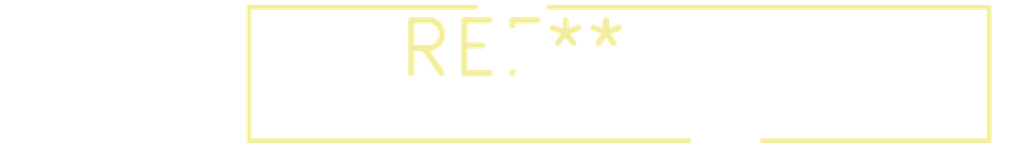
<source format=kicad_pcb>
(kicad_pcb (version 20240108) (generator pcbnew)
  (layers (0 "F.Cu" signal) (31 "B.Cu" signal) (34 "B.Paste" user) (35 "F.Paste" user) (36 "B.SilkS" user "B.Silkscreen") (37 "F.SilkS" user "F.Silkscreen") (38 "B.Mask" user) (39 "F.Mask" user) (44 "Edge.Cuts" user))
  (net 0 "")
  (footprint "Fuse_Bourns_MF-RG1100" (layer "F.Cu") (at 0 0)
    (property "Reference" "REF**")
    (property "Value" "Fuse_Bourns_MF-RG1100")
    (fp_line (start -6.3 -1) (end -6.3 2.2) (layer "F.SilkS") (stroke (width 0.12)))
    (fp_line (start -6.3 -1) (end -0.879 -1) (layer "F.SilkS") (stroke (width 0.12)))
    (fp_line (start -6.3 2.2) (end 4.222 2.2) (layer "F.SilkS") (stroke (width 0.12)))
    (fp_line (start 0.879 -1) (end 11.4 -1) (layer "F.SilkS") (stroke (width 0.12)))
    (fp_line (start 5.979 2.2) (end 11.4 2.2) (layer "F.SilkS") (stroke (width 0.12)))
    (fp_line (start 11.4 -1) (end 11.4 2.2) (layer "F.SilkS") (stroke (width 0.12)))
    (pad "1" thru_hole circle (at 0 0) (size 2.01 2.01) (drill 1.01) (layers *.Cu *.Mask) (remove_unused_layers))
    (pad "2" thru_hole circle (at 5.1 1.2) (size 2.01 2.01) (drill 1.01) (layers *.Cu *.Mask) (remove_unused_layers))
  )
)
</source>
